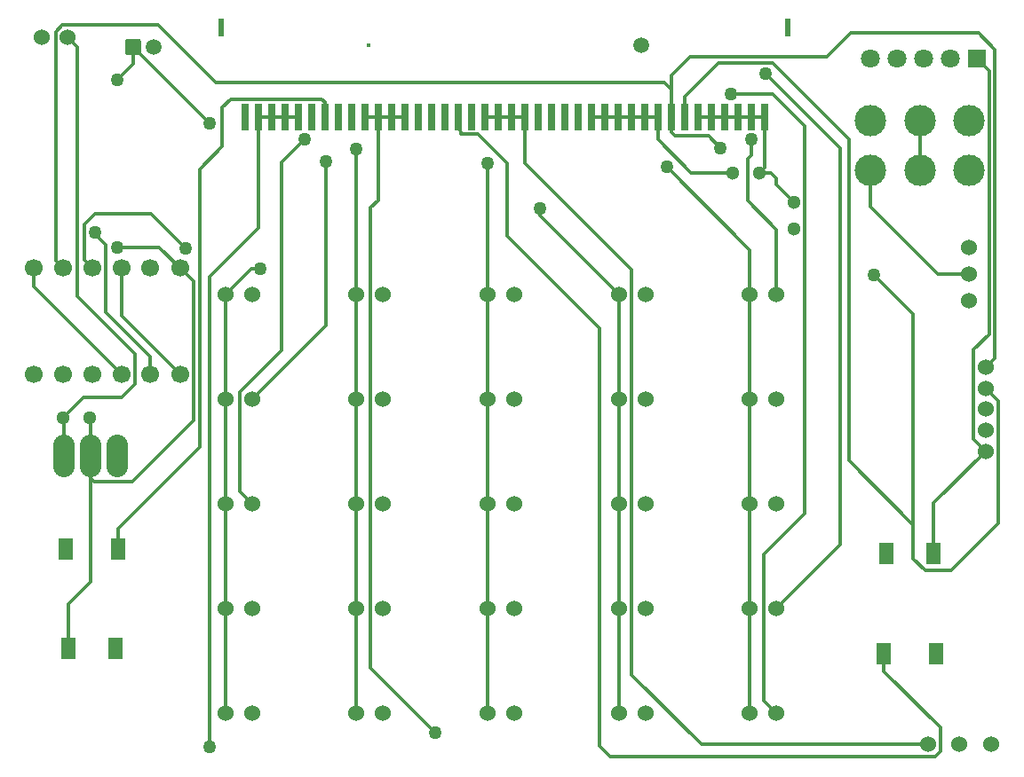
<source format=gtl>
G04 Layer_Physical_Order=1*
G04 Layer_Color=25308*
%FSLAX44Y44*%
%MOMM*%
G71*
G01*
G75*
%ADD10R,1.4000X2.1000*%
%ADD11R,0.8000X2.5000*%
%ADD12C,0.3000*%
%ADD13C,1.5240*%
%ADD14R,0.5000X1.8000*%
%ADD15C,1.5000*%
%ADD16C,0.3810*%
%ADD17C,1.3000*%
%ADD18C,3.0000*%
%ADD19R,1.8000X1.8000*%
%ADD20C,1.8000*%
G04:AMPARAMS|DCode=21|XSize=1.5mm|YSize=1.5mm|CornerRadius=0.1875mm|HoleSize=0mm|Usage=FLASHONLY|Rotation=180.000|XOffset=0mm|YOffset=0mm|HoleType=Round|Shape=RoundedRectangle|*
%AMROUNDEDRECTD21*
21,1,1.5000,1.1250,0,0,180.0*
21,1,1.1250,1.5000,0,0,180.0*
1,1,0.3750,-0.5625,0.5625*
1,1,0.3750,0.5625,0.5625*
1,1,0.3750,0.5625,-0.5625*
1,1,0.3750,-0.5625,-0.5625*
%
%ADD21ROUNDEDRECTD21*%
%ADD22C,1.7000*%
%ADD23O,2.0320X4.0640*%
%ADD24C,1.2700*%
D10*
X1169000Y637000D02*
D03*
X1166500Y732500D02*
D03*
X1121500D02*
D03*
X1119000Y637000D02*
D03*
X339000Y737000D02*
D03*
X341500Y641500D02*
D03*
X386500D02*
D03*
X389000Y737000D02*
D03*
D11*
X573130Y1149340D02*
D03*
X585830D02*
D03*
X598530D02*
D03*
X623930D02*
D03*
X611230D02*
D03*
X547730D02*
D03*
X560430D02*
D03*
X535030D02*
D03*
X522330D02*
D03*
X509630D02*
D03*
X700130D02*
D03*
X712830D02*
D03*
X725530D02*
D03*
X750930D02*
D03*
X738230D02*
D03*
X674730D02*
D03*
X687430D02*
D03*
X662030D02*
D03*
X649330D02*
D03*
X636630D02*
D03*
X827130D02*
D03*
X839830D02*
D03*
X852530D02*
D03*
X877930D02*
D03*
X865230D02*
D03*
X801730D02*
D03*
X814430D02*
D03*
X789030D02*
D03*
X776330D02*
D03*
X763630D02*
D03*
X890630D02*
D03*
X903330D02*
D03*
X916030D02*
D03*
X941430D02*
D03*
X928730D02*
D03*
X992230D02*
D03*
X1004930D02*
D03*
X979530D02*
D03*
X966830D02*
D03*
X954130D02*
D03*
D12*
X363000Y803622D02*
Y825300D01*
Y705646D02*
Y803622D01*
X402844Y1199388D02*
Y1216000D01*
X916030Y1175512D02*
Y1188720D01*
X1146810Y759714D02*
Y961390D01*
Y727710D02*
Y759714D01*
X903330Y1127760D02*
Y1149340D01*
Y1127760D02*
X935090Y1096000D01*
X974600D01*
X308000Y987200D02*
Y1004800D01*
Y987200D02*
X392000Y903200D01*
X337600Y825300D02*
Y861000D01*
X336600Y862000D02*
X337600Y861000D01*
X475996Y547878D02*
Y996481D01*
X522330Y1042815D01*
Y1149340D01*
X776330Y1105048D02*
Y1149340D01*
Y1105048D02*
X878332Y1003046D01*
Y616548D02*
Y1003046D01*
Y616548D02*
X944880Y550000D01*
X1161000D01*
X991000Y980000D02*
Y1022204D01*
X911860Y1101344D02*
X991000Y1022204D01*
X1004930Y1100930D02*
Y1149340D01*
X1000000Y1096000D02*
X1004930Y1100930D01*
X341500Y641500D02*
Y684146D01*
X363000Y705646D01*
Y825300D02*
Y861000D01*
X362000Y862000D02*
X363000Y861000D01*
X1119000Y619760D02*
Y637000D01*
Y619760D02*
X1172718Y566042D01*
Y543560D02*
Y566042D01*
X1167384Y538226D02*
X1172718Y543560D01*
X857758Y538226D02*
X1167384D01*
X847344Y548640D02*
X857758Y538226D01*
X847344Y548640D02*
Y947420D01*
X759460Y1035304D02*
X847344Y947420D01*
X759460Y1035304D02*
Y1105154D01*
X732028Y1132586D02*
X759460Y1105154D01*
X715624Y1132586D02*
X732028D01*
X712830Y1149340D02*
X715624Y1132586D01*
X516400Y880000D02*
X586800Y950400D01*
Y1106230D01*
X545060Y1106146D02*
X566928Y1128014D01*
X545060Y926568D02*
Y1106146D01*
X504698Y886206D02*
X545060Y926568D01*
X504698Y791702D02*
Y886206D01*
Y791702D02*
X516400Y780000D01*
X1005840Y1190498D02*
X1076960Y1119378D01*
Y740560D02*
Y1119378D01*
X1016400Y680000D02*
X1076960Y740560D01*
X928730Y1149340D02*
Y1168506D01*
X961112Y1200888D01*
X1012468D01*
X1085342Y1128014D01*
Y821182D02*
Y1128014D01*
Y821182D02*
X1146810Y759714D01*
X1183132Y716280D02*
X1227836Y760984D01*
X1216000Y890000D02*
X1227836Y878163D01*
X356362Y1012438D02*
X364000Y1004800D01*
X356362Y1046480D02*
X366522Y1056640D01*
X419862D01*
X1227836Y760984D02*
Y878163D01*
X1158240Y716280D02*
X1183132D01*
X1146810Y727710D02*
X1158240Y716280D01*
X1109726Y998474D02*
X1146810Y961390D01*
X419862Y1056640D02*
X452882Y1023620D01*
X356362Y1012438D02*
Y1046480D01*
X491000Y980000D02*
X515570Y1004570D01*
X524510D01*
X388366Y1024890D02*
X427910D01*
X448000Y1004800D01*
X366776Y1037082D02*
Y1038860D01*
Y1037082D02*
X376682Y1027176D01*
Y962914D02*
Y1027176D01*
Y962914D02*
X419000Y920596D01*
Y903200D02*
Y920596D01*
X1216000Y910000D02*
X1224788Y918788D01*
Y1213358D01*
X1209040Y1229106D02*
X1224788Y1213358D01*
X1087374Y1229106D02*
X1209040D01*
X1064696Y1206428D02*
X1087374Y1229106D01*
X933738Y1206428D02*
X1064696D01*
X916030Y1188720D02*
X933738Y1206428D01*
X790956Y1055044D02*
Y1061720D01*
Y1055044D02*
X866000Y980000D01*
X916030Y1134258D02*
Y1149340D01*
Y1134258D02*
X919480Y1130808D01*
X951484D01*
X962914Y1119378D01*
X329184Y1011616D02*
X336000Y1004800D01*
X329184Y1011616D02*
Y1230630D01*
X335280Y1236726D01*
X426974D01*
X481584Y1182116D01*
X909426D01*
X916030Y1175512D01*
Y1149340D02*
Y1175512D01*
X1004570Y591830D02*
X1016400Y580000D01*
X1004570Y591830D02*
Y731266D01*
X1043686Y770382D01*
Y1140714D01*
X1013206Y1171194D02*
X1043686Y1140714D01*
X973328Y1171194D02*
X1013206D01*
X992124Y1112774D02*
Y1127760D01*
X988822Y1109472D02*
X992124Y1112774D01*
X988822Y1069340D02*
Y1109472D01*
Y1069340D02*
X1016400Y1041762D01*
Y980000D02*
Y1041762D01*
X363000Y803622D02*
X365760Y800862D01*
X402590D01*
X460756Y859028D01*
Y992044D01*
X448000Y1004800D02*
X460756Y992044D01*
X389000Y737000D02*
Y756284D01*
X466344Y833628D01*
Y1099058D01*
X488188Y1120902D01*
Y1158240D01*
X496062Y1166114D01*
X583036D01*
X585830Y1163320D01*
Y1149340D02*
Y1163320D01*
X392000Y959200D02*
Y1004800D01*
Y959200D02*
X448000Y903200D01*
X336600Y862000D02*
X356235Y881634D01*
X392176D01*
X404622Y894080D01*
Y923290D01*
X349758Y978154D02*
X404622Y923290D01*
X349758Y978154D02*
Y1216242D01*
X341000Y1225000D02*
X349758Y1216242D01*
X402844Y1216000D02*
X403000D01*
X388366Y1184910D02*
X402844Y1199388D01*
X403000Y1216000D02*
X475996Y1143004D01*
X1106000Y1063160D02*
Y1098000D01*
Y1063160D02*
X1170160Y999000D01*
X1200000D01*
X1000000Y1096000D02*
X1010920D01*
X1016508Y1090412D01*
Y1084492D02*
Y1090412D01*
Y1084492D02*
X1033000Y1068000D01*
X741000Y980000D02*
Y1105154D01*
X616000Y980000D02*
Y1118870D01*
X636630Y1069192D02*
Y1149340D01*
X629666Y1062228D02*
X636630Y1069192D01*
X629666Y623062D02*
Y1062228D01*
Y623062D02*
X691388Y561340D01*
X1166500Y732500D02*
Y780500D01*
X1216000Y830000D01*
X1204214Y841786D02*
X1216000Y830000D01*
X1204214Y841786D02*
Y926846D01*
X1219200Y941832D01*
Y1193400D01*
X1207600Y1205000D02*
X1219200Y1193400D01*
X890630Y1149340D02*
X903330D01*
X877930D02*
X890630D01*
X839830D02*
X852530D01*
X865230D02*
X877930D01*
X852530D02*
X865230D01*
X1153000Y1098000D02*
Y1146000D01*
X547730Y1149340D02*
X560430D01*
X535030D02*
X547730D01*
X522330D02*
X535030D01*
X649330D02*
X662030D01*
X636630D02*
X649330D01*
X623930D02*
X636630D01*
X763630D02*
X776330D01*
X750930D02*
X763630D01*
X738230D02*
X750930D01*
X491000Y880000D02*
Y980000D01*
Y780000D02*
Y880000D01*
Y580000D02*
Y680000D01*
Y780000D01*
X616000Y880000D02*
Y980000D01*
Y780000D02*
Y880000D01*
Y580000D02*
Y680000D01*
Y780000D01*
X741000Y580000D02*
Y680000D01*
Y780000D01*
Y880000D01*
Y980000D01*
X866000Y580000D02*
Y680000D01*
Y780000D01*
Y880000D01*
Y980000D01*
X991000Y580000D02*
Y680000D01*
Y780000D01*
Y880000D01*
Y980000D01*
X941430Y1149340D02*
X954130D01*
X966830D02*
X979530D01*
X954130D02*
X966830D01*
X979530D02*
X992230D01*
X1004930D01*
D13*
X1161000Y550000D02*
D03*
X1191000D02*
D03*
X1221000D02*
D03*
X1216000Y830000D02*
D03*
Y850000D02*
D03*
Y870000D02*
D03*
Y890000D02*
D03*
Y910000D02*
D03*
X316000Y1225000D02*
D03*
X341000D02*
D03*
X641400Y980000D02*
D03*
X616000D02*
D03*
X766400D02*
D03*
X741000D02*
D03*
X891400D02*
D03*
X866000D02*
D03*
X1016400D02*
D03*
X991000D02*
D03*
X516400Y880000D02*
D03*
X491000D02*
D03*
X641400D02*
D03*
X616000D02*
D03*
X766400D02*
D03*
X741000D02*
D03*
X891400D02*
D03*
X866000D02*
D03*
X1016400D02*
D03*
X991000D02*
D03*
X516400Y780000D02*
D03*
X491000D02*
D03*
X641400D02*
D03*
X616000D02*
D03*
X766400D02*
D03*
X741000D02*
D03*
X891400D02*
D03*
X866000D02*
D03*
X1016400D02*
D03*
X991000D02*
D03*
X516400Y680000D02*
D03*
X491000D02*
D03*
X641400D02*
D03*
X616000D02*
D03*
X766400D02*
D03*
X741000D02*
D03*
X891400D02*
D03*
X866000D02*
D03*
X1016400D02*
D03*
X991000D02*
D03*
X516400Y580000D02*
D03*
X491000D02*
D03*
X641400D02*
D03*
X616000D02*
D03*
X766400D02*
D03*
X741000D02*
D03*
X891400D02*
D03*
X866000D02*
D03*
X1016400D02*
D03*
X991000D02*
D03*
X1200000Y999000D02*
D03*
Y1024400D02*
D03*
Y973600D02*
D03*
X516400Y980000D02*
D03*
X491000D02*
D03*
D14*
X1027430Y1234440D02*
D03*
X487430D02*
D03*
D15*
X887430Y1217440D02*
D03*
X423000Y1216000D02*
D03*
D16*
X627430Y1217440D02*
D03*
D17*
X974600Y1096000D02*
D03*
X1000000D02*
D03*
X1033000Y1042600D02*
D03*
Y1068000D02*
D03*
X336600Y862000D02*
D03*
X362000D02*
D03*
D18*
X1200000Y1146000D02*
D03*
X1153000D02*
D03*
X1106000D02*
D03*
Y1098000D02*
D03*
X1153000D02*
D03*
X1200000D02*
D03*
D19*
X1207600Y1205000D02*
D03*
D20*
X1182200D02*
D03*
X1156800D02*
D03*
X1131400D02*
D03*
X1106000D02*
D03*
D21*
X403000Y1216000D02*
D03*
D22*
X448000Y903200D02*
D03*
Y1004800D02*
D03*
X392000Y903200D02*
D03*
Y1004800D02*
D03*
X336000Y903200D02*
D03*
Y1004800D02*
D03*
X364000Y903200D02*
D03*
Y1004800D02*
D03*
X308000Y903200D02*
D03*
Y1004800D02*
D03*
X419000D02*
D03*
Y903200D02*
D03*
D23*
X337600Y825300D02*
D03*
X363000D02*
D03*
X388400D02*
D03*
D24*
X475996Y547878D02*
D03*
X911860Y1101344D02*
D03*
X586800Y1106230D02*
D03*
X566928Y1128014D02*
D03*
X1005840Y1190498D02*
D03*
X452882Y1023620D02*
D03*
X1109726Y998474D02*
D03*
X524510Y1004570D02*
D03*
X388366Y1024890D02*
D03*
X366776Y1038860D02*
D03*
X790956Y1061720D02*
D03*
X962914Y1119378D02*
D03*
X973328Y1171194D02*
D03*
X992124Y1127760D02*
D03*
X388366Y1184910D02*
D03*
X475996Y1143004D02*
D03*
X741000Y1105154D02*
D03*
X616000Y1118870D02*
D03*
X691388Y561340D02*
D03*
M02*

</source>
